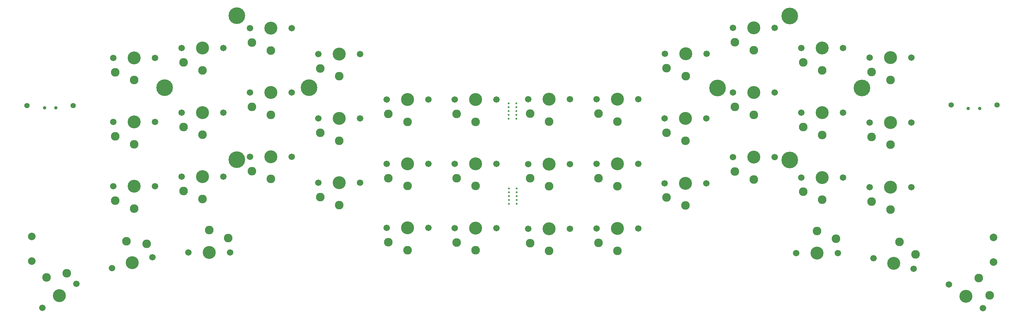
<source format=gbr>
%TF.GenerationSoftware,KiCad,Pcbnew,(6.0.5-0)*%
%TF.CreationDate,2022-06-22T19:04:36-07:00*%
%TF.ProjectId,Swept_3x6,53776570-745f-4337-9836-2e6b69636164,rev?*%
%TF.SameCoordinates,Original*%
%TF.FileFunction,Soldermask,Top*%
%TF.FilePolarity,Negative*%
%FSLAX46Y46*%
G04 Gerber Fmt 4.6, Leading zero omitted, Abs format (unit mm)*
G04 Created by KiCad (PCBNEW (6.0.5-0)) date 2022-06-22 19:04:36*
%MOMM*%
%LPD*%
G01*
G04 APERTURE LIST*
%ADD10C,3.429000*%
%ADD11C,1.701800*%
%ADD12C,2.282000*%
%ADD13C,0.500000*%
%ADD14C,2.000000*%
%ADD15C,4.400000*%
%ADD16C,1.397000*%
%ADD17C,0.900000*%
G04 APERTURE END LIST*
D10*
%TO.C,SW16*%
X193776600Y-68122800D03*
D11*
X188276600Y-68122800D03*
X199276600Y-68122800D03*
D12*
X193776600Y-74022800D03*
X188776600Y-71922800D03*
%TD*%
D11*
%TO.C,SW20*%
X222973000Y-86639400D03*
X233973000Y-86639400D03*
D10*
X228473000Y-86639400D03*
D12*
X228473000Y-80739400D03*
X233473000Y-82839400D03*
%TD*%
D11*
%TO.C,SW15*%
X170318800Y-80137000D03*
D10*
X175818800Y-80137000D03*
D11*
X181318800Y-80137000D03*
D12*
X175818800Y-86037000D03*
X170818800Y-83937000D03*
%TD*%
D11*
%TO.C,SW21*%
X243353408Y-87933695D03*
D10*
X248666000Y-89357200D03*
D11*
X253978592Y-90780705D03*
D12*
X250193032Y-83658238D03*
X254479142Y-86980777D03*
%TD*%
D11*
%TO.C,SW17*%
X217285200Y-61239400D03*
D10*
X211785200Y-61239400D03*
D11*
X206285200Y-61239400D03*
D12*
X211785200Y-67139400D03*
X206785200Y-65039400D03*
%TD*%
D11*
%TO.C,SW18*%
X224293800Y-66598800D03*
X235293800Y-66598800D03*
D10*
X229793800Y-66598800D03*
D12*
X229793800Y-72498800D03*
X224793800Y-70398800D03*
%TD*%
D11*
%TO.C,SW4*%
X188302000Y-33883600D03*
D10*
X193802000Y-33883600D03*
D11*
X199302000Y-33883600D03*
D12*
X193802000Y-39783600D03*
X188802000Y-37683600D03*
%TD*%
D10*
%TO.C,SW3*%
X175793400Y-45923200D03*
D11*
X181293400Y-45923200D03*
X170293400Y-45923200D03*
D12*
X175793400Y-51823200D03*
X170793400Y-49723200D03*
%TD*%
D11*
%TO.C,SW9*%
X170293400Y-63017400D03*
D10*
X175793400Y-63017400D03*
D11*
X181293400Y-63017400D03*
D12*
X175793400Y-68917400D03*
X170793400Y-66817400D03*
%TD*%
D11*
%TO.C,SW14*%
X152310200Y-80162400D03*
X163310200Y-80162400D03*
D10*
X157810200Y-80162400D03*
D12*
X157810200Y-86062400D03*
X152810200Y-83962400D03*
%TD*%
D11*
%TO.C,SW12*%
X235293800Y-49479200D03*
D10*
X229793800Y-49479200D03*
D11*
X224293800Y-49479200D03*
D12*
X229793800Y-55379200D03*
X224793800Y-53279200D03*
%TD*%
D11*
%TO.C,SW11*%
X217285200Y-44119800D03*
X206285200Y-44119800D03*
D10*
X211785200Y-44119800D03*
D12*
X211785200Y-50019800D03*
X206785200Y-47919800D03*
%TD*%
D10*
%TO.C,SW8*%
X157784800Y-63042800D03*
D11*
X163284800Y-63042800D03*
X152284800Y-63042800D03*
D12*
X157784800Y-68942800D03*
X152784800Y-66842800D03*
%TD*%
D11*
%TO.C,SW6*%
X235319200Y-32359600D03*
D10*
X229819200Y-32359600D03*
D11*
X224319200Y-32359600D03*
D12*
X229819200Y-38259600D03*
X224819200Y-36159600D03*
%TD*%
D11*
%TO.C,SW5*%
X217310600Y-27025600D03*
D10*
X211810600Y-27025600D03*
D11*
X206310600Y-27025600D03*
D12*
X211810600Y-32925600D03*
X206810600Y-30825600D03*
%TD*%
D11*
%TO.C,SW2*%
X152284800Y-45923200D03*
X163284800Y-45923200D03*
D10*
X157784800Y-45923200D03*
D12*
X157784800Y-51823200D03*
X152784800Y-49723200D03*
%TD*%
D13*
%TO.C,mouse-bite-2mm-slot*%
X147142200Y-51079400D03*
X147142200Y-48031400D03*
X147142200Y-49047400D03*
X149174200Y-48031400D03*
X149174200Y-49047400D03*
X147142200Y-50063400D03*
X149174200Y-50063400D03*
X149174200Y-51079400D03*
X149174200Y-47015400D03*
X147142200Y-47015400D03*
%TD*%
%TO.C,mouse-bite-2mm-slot*%
X149199600Y-73583800D03*
X149199600Y-70535800D03*
X147167600Y-70535800D03*
X147167600Y-73583800D03*
X147167600Y-71551800D03*
X149199600Y-71551800D03*
X149199600Y-72567800D03*
X147167600Y-69519800D03*
X147167600Y-72567800D03*
X149199600Y-69519800D03*
%TD*%
D14*
%TO.C,RSW1*%
X275031200Y-82500400D03*
X275031200Y-89000400D03*
%TD*%
D10*
%TO.C,SW10*%
X193776600Y-51003200D03*
D11*
X199276600Y-51003200D03*
X188276600Y-51003200D03*
D12*
X193776600Y-56903200D03*
X188776600Y-54803200D03*
%TD*%
D15*
%TO.C,REF\u002A\u002A*%
X240352000Y-42936000D03*
X202252000Y-42936000D03*
X221302000Y-23886000D03*
X221302000Y-61986000D03*
%TD*%
D11*
%TO.C,SW17_r1*%
X89878800Y-61112400D03*
D10*
X84378800Y-61112400D03*
D11*
X78878800Y-61112400D03*
D12*
X84378800Y-67012400D03*
X79378800Y-64912400D03*
%TD*%
D11*
%TO.C,SW11_r1*%
X78853400Y-44119800D03*
D10*
X84353400Y-44119800D03*
D11*
X89853400Y-44119800D03*
D12*
X84353400Y-50019800D03*
X79353400Y-47919800D03*
%TD*%
D11*
%TO.C,SW15_r1*%
X114896000Y-79959200D03*
X125896000Y-79959200D03*
D10*
X120396000Y-79959200D03*
D12*
X120396000Y-85859200D03*
X115396000Y-83759200D03*
%TD*%
D10*
%TO.C,SW18_r1*%
X66344800Y-66421000D03*
D11*
X71844800Y-66421000D03*
X60844800Y-66421000D03*
D12*
X66344800Y-72321000D03*
X61344800Y-70221000D03*
%TD*%
D11*
%TO.C,SW6_r1*%
X71844800Y-32359600D03*
X60844800Y-32359600D03*
D10*
X66344800Y-32359600D03*
D12*
X66344800Y-38259600D03*
X61344800Y-36159600D03*
%TD*%
D11*
%TO.C,SW5_r1*%
X78878800Y-27101800D03*
D10*
X84378800Y-27101800D03*
D11*
X89878800Y-27101800D03*
D12*
X84378800Y-33001800D03*
X79378800Y-30901800D03*
%TD*%
D11*
%TO.C,SW2_r1*%
X143904600Y-45974000D03*
X132904600Y-45974000D03*
D10*
X138404600Y-45974000D03*
D12*
X138404600Y-51874000D03*
X133404600Y-49774000D03*
%TD*%
D11*
%TO.C,SW16_r1*%
X107912800Y-67995800D03*
D10*
X102412800Y-67995800D03*
D11*
X96912800Y-67995800D03*
D12*
X102412800Y-73895800D03*
X97412800Y-71795800D03*
%TD*%
D11*
%TO.C,SW4_r1*%
X96887400Y-33934400D03*
D10*
X102387400Y-33934400D03*
D11*
X107887400Y-33934400D03*
D12*
X102387400Y-39834400D03*
X97387400Y-37734400D03*
%TD*%
D11*
%TO.C,SW13_r1*%
X42836200Y-51943000D03*
D10*
X48336200Y-51943000D03*
D11*
X53836200Y-51943000D03*
D12*
X48336200Y-57843000D03*
X43336200Y-55743000D03*
%TD*%
D11*
%TO.C,SW12_r1*%
X60844800Y-49428400D03*
D10*
X66344800Y-49428400D03*
D11*
X71844800Y-49428400D03*
D12*
X66344800Y-55328400D03*
X61344800Y-53228400D03*
%TD*%
D11*
%TO.C,SW3_r1*%
X114896000Y-45974000D03*
D10*
X120396000Y-45974000D03*
D11*
X125896000Y-45974000D03*
D12*
X120396000Y-51874000D03*
X115396000Y-49774000D03*
%TD*%
D11*
%TO.C,SW8_r1*%
X132879200Y-62966600D03*
D10*
X138379200Y-62966600D03*
D11*
X143879200Y-62966600D03*
D12*
X138379200Y-68866600D03*
X133379200Y-66766600D03*
%TD*%
D11*
%TO.C,SW21_r1*%
X53089992Y-87730495D03*
D10*
X47777400Y-89154000D03*
D11*
X42464808Y-90577505D03*
D12*
X46250368Y-83455038D03*
X51623517Y-84189387D03*
%TD*%
D10*
%TO.C,SW9_r1*%
X120396000Y-62966600D03*
D11*
X114896000Y-62966600D03*
X125896000Y-62966600D03*
D12*
X120396000Y-68866600D03*
X115396000Y-66766600D03*
%TD*%
D11*
%TO.C,SW20_r1*%
X62572000Y-86410800D03*
D10*
X68072000Y-86410800D03*
D11*
X73572000Y-86410800D03*
D12*
X68072000Y-80510800D03*
X73072000Y-82610800D03*
%TD*%
D11*
%TO.C,SW7_r1*%
X53836200Y-34950400D03*
X42836200Y-34950400D03*
D10*
X48336200Y-34950400D03*
D12*
X48336200Y-40850400D03*
X43336200Y-38750400D03*
%TD*%
D15*
%TO.C,REF\u002A\u002A*%
X94407400Y-42878400D03*
X56307400Y-42878400D03*
X75357400Y-61928400D03*
X75357400Y-23828400D03*
%TD*%
D14*
%TO.C,RSW2*%
X21285200Y-88721000D03*
X21285200Y-82221000D03*
%TD*%
D11*
%TO.C,SW13*%
X253327800Y-52044600D03*
X242327800Y-52044600D03*
D10*
X247827800Y-52044600D03*
D12*
X247827800Y-57944600D03*
X242827800Y-55844600D03*
%TD*%
D10*
%TO.C,SW22*%
X267766800Y-98044000D03*
D11*
X263261464Y-94889330D03*
X272272136Y-101198670D03*
D12*
X271150901Y-93211003D03*
X274042151Y-97799104D03*
%TD*%
D10*
%TO.C,SW19*%
X247827800Y-69164200D03*
D11*
X242327800Y-69164200D03*
X253327800Y-69164200D03*
D12*
X247827800Y-75064200D03*
X242827800Y-72964200D03*
%TD*%
D11*
%TO.C,SW19_r1*%
X53810800Y-68961000D03*
D10*
X48310800Y-68961000D03*
D11*
X42810800Y-68961000D03*
D12*
X48310800Y-74861000D03*
X43310800Y-72761000D03*
%TD*%
D16*
%TO.C,+*%
X263855200Y-47396400D03*
%TD*%
D10*
%TO.C,SW10_r1*%
X102387400Y-50977800D03*
D11*
X107887400Y-50977800D03*
X96887400Y-50977800D03*
D12*
X102387400Y-56877800D03*
X97387400Y-54777800D03*
%TD*%
D11*
%TO.C,SW22_r1*%
X24079200Y-101066600D03*
X33089872Y-94757260D03*
D10*
X28584536Y-97911930D03*
D12*
X25200435Y-93078933D03*
X30500706Y-91931270D03*
%TD*%
D16*
%TO.C,-*%
X275996400Y-47447200D03*
%TD*%
%TO.C,+*%
X20040600Y-47574200D03*
%TD*%
D10*
%TO.C,SW14_r1*%
X138379200Y-79984600D03*
D11*
X143879200Y-79984600D03*
X132879200Y-79984600D03*
D12*
X138379200Y-85884600D03*
X133379200Y-83784600D03*
%TD*%
D11*
%TO.C,SW7*%
X242327800Y-34925000D03*
X253327800Y-34925000D03*
D10*
X247827800Y-34925000D03*
D12*
X247827800Y-40825000D03*
X242827800Y-38725000D03*
%TD*%
D16*
%TO.C,-*%
X32207200Y-47625000D03*
%TD*%
D17*
%TO.C,SW_POWER1*%
X268375000Y-48328800D03*
X271375000Y-48328800D03*
%TD*%
%TO.C,SW_POWERR1*%
X27662000Y-48201800D03*
X24662000Y-48201800D03*
%TD*%
M02*

</source>
